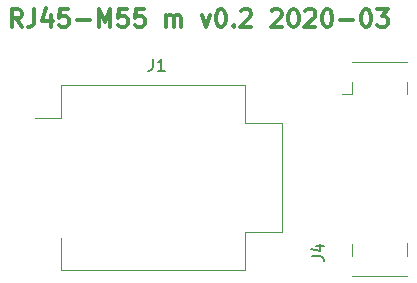
<source format=gbr>
G04 #@! TF.GenerationSoftware,KiCad,Pcbnew,5.1.5*
G04 #@! TF.CreationDate,2020-03-20T00:43:26-04:00*
G04 #@! TF.ProjectId,M55-RJ45,4d35352d-524a-4343-952e-6b696361645f,rev?*
G04 #@! TF.SameCoordinates,Original*
G04 #@! TF.FileFunction,Legend,Top*
G04 #@! TF.FilePolarity,Positive*
%FSLAX46Y46*%
G04 Gerber Fmt 4.6, Leading zero omitted, Abs format (unit mm)*
G04 Created by KiCad (PCBNEW 5.1.5) date 2020-03-20 00:43:26*
%MOMM*%
%LPD*%
G04 APERTURE LIST*
%ADD10C,0.300000*%
%ADD11C,0.120000*%
%ADD12C,0.150000*%
G04 APERTURE END LIST*
D10*
X39574285Y-116248571D02*
X39074285Y-115534285D01*
X38717142Y-116248571D02*
X38717142Y-114748571D01*
X39288571Y-114748571D01*
X39431428Y-114820000D01*
X39502857Y-114891428D01*
X39574285Y-115034285D01*
X39574285Y-115248571D01*
X39502857Y-115391428D01*
X39431428Y-115462857D01*
X39288571Y-115534285D01*
X38717142Y-115534285D01*
X40645714Y-114748571D02*
X40645714Y-115820000D01*
X40574285Y-116034285D01*
X40431428Y-116177142D01*
X40217142Y-116248571D01*
X40074285Y-116248571D01*
X42002857Y-115248571D02*
X42002857Y-116248571D01*
X41645714Y-114677142D02*
X41288571Y-115748571D01*
X42217142Y-115748571D01*
X43502857Y-114748571D02*
X42788571Y-114748571D01*
X42717142Y-115462857D01*
X42788571Y-115391428D01*
X42931428Y-115320000D01*
X43288571Y-115320000D01*
X43431428Y-115391428D01*
X43502857Y-115462857D01*
X43574285Y-115605714D01*
X43574285Y-115962857D01*
X43502857Y-116105714D01*
X43431428Y-116177142D01*
X43288571Y-116248571D01*
X42931428Y-116248571D01*
X42788571Y-116177142D01*
X42717142Y-116105714D01*
X44217142Y-115677142D02*
X45360000Y-115677142D01*
X46074285Y-116248571D02*
X46074285Y-114748571D01*
X46574285Y-115820000D01*
X47074285Y-114748571D01*
X47074285Y-116248571D01*
X48502857Y-114748571D02*
X47788571Y-114748571D01*
X47717142Y-115462857D01*
X47788571Y-115391428D01*
X47931428Y-115320000D01*
X48288571Y-115320000D01*
X48431428Y-115391428D01*
X48502857Y-115462857D01*
X48574285Y-115605714D01*
X48574285Y-115962857D01*
X48502857Y-116105714D01*
X48431428Y-116177142D01*
X48288571Y-116248571D01*
X47931428Y-116248571D01*
X47788571Y-116177142D01*
X47717142Y-116105714D01*
X49931428Y-114748571D02*
X49217142Y-114748571D01*
X49145714Y-115462857D01*
X49217142Y-115391428D01*
X49360000Y-115320000D01*
X49717142Y-115320000D01*
X49860000Y-115391428D01*
X49931428Y-115462857D01*
X50002857Y-115605714D01*
X50002857Y-115962857D01*
X49931428Y-116105714D01*
X49860000Y-116177142D01*
X49717142Y-116248571D01*
X49360000Y-116248571D01*
X49217142Y-116177142D01*
X49145714Y-116105714D01*
X51788571Y-116248571D02*
X51788571Y-115248571D01*
X51788571Y-115391428D02*
X51860000Y-115320000D01*
X52002857Y-115248571D01*
X52217142Y-115248571D01*
X52360000Y-115320000D01*
X52431428Y-115462857D01*
X52431428Y-116248571D01*
X52431428Y-115462857D02*
X52502857Y-115320000D01*
X52645714Y-115248571D01*
X52860000Y-115248571D01*
X53002857Y-115320000D01*
X53074285Y-115462857D01*
X53074285Y-116248571D01*
X54788571Y-115248571D02*
X55145714Y-116248571D01*
X55502857Y-115248571D01*
X56360000Y-114748571D02*
X56502857Y-114748571D01*
X56645714Y-114820000D01*
X56717142Y-114891428D01*
X56788571Y-115034285D01*
X56860000Y-115320000D01*
X56860000Y-115677142D01*
X56788571Y-115962857D01*
X56717142Y-116105714D01*
X56645714Y-116177142D01*
X56502857Y-116248571D01*
X56360000Y-116248571D01*
X56217142Y-116177142D01*
X56145714Y-116105714D01*
X56074285Y-115962857D01*
X56002857Y-115677142D01*
X56002857Y-115320000D01*
X56074285Y-115034285D01*
X56145714Y-114891428D01*
X56217142Y-114820000D01*
X56360000Y-114748571D01*
X57502857Y-116105714D02*
X57574285Y-116177142D01*
X57502857Y-116248571D01*
X57431428Y-116177142D01*
X57502857Y-116105714D01*
X57502857Y-116248571D01*
X58145714Y-114891428D02*
X58217142Y-114820000D01*
X58360000Y-114748571D01*
X58717142Y-114748571D01*
X58860000Y-114820000D01*
X58931428Y-114891428D01*
X59002857Y-115034285D01*
X59002857Y-115177142D01*
X58931428Y-115391428D01*
X58074285Y-116248571D01*
X59002857Y-116248571D01*
X60717142Y-114891428D02*
X60788571Y-114820000D01*
X60931428Y-114748571D01*
X61288571Y-114748571D01*
X61431428Y-114820000D01*
X61502857Y-114891428D01*
X61574285Y-115034285D01*
X61574285Y-115177142D01*
X61502857Y-115391428D01*
X60645714Y-116248571D01*
X61574285Y-116248571D01*
X62502857Y-114748571D02*
X62645714Y-114748571D01*
X62788571Y-114820000D01*
X62860000Y-114891428D01*
X62931428Y-115034285D01*
X63002857Y-115320000D01*
X63002857Y-115677142D01*
X62931428Y-115962857D01*
X62860000Y-116105714D01*
X62788571Y-116177142D01*
X62645714Y-116248571D01*
X62502857Y-116248571D01*
X62360000Y-116177142D01*
X62288571Y-116105714D01*
X62217142Y-115962857D01*
X62145714Y-115677142D01*
X62145714Y-115320000D01*
X62217142Y-115034285D01*
X62288571Y-114891428D01*
X62360000Y-114820000D01*
X62502857Y-114748571D01*
X63574285Y-114891428D02*
X63645714Y-114820000D01*
X63788571Y-114748571D01*
X64145714Y-114748571D01*
X64288571Y-114820000D01*
X64360000Y-114891428D01*
X64431428Y-115034285D01*
X64431428Y-115177142D01*
X64360000Y-115391428D01*
X63502857Y-116248571D01*
X64431428Y-116248571D01*
X65360000Y-114748571D02*
X65502857Y-114748571D01*
X65645714Y-114820000D01*
X65717142Y-114891428D01*
X65788571Y-115034285D01*
X65860000Y-115320000D01*
X65860000Y-115677142D01*
X65788571Y-115962857D01*
X65717142Y-116105714D01*
X65645714Y-116177142D01*
X65502857Y-116248571D01*
X65360000Y-116248571D01*
X65217142Y-116177142D01*
X65145714Y-116105714D01*
X65074285Y-115962857D01*
X65002857Y-115677142D01*
X65002857Y-115320000D01*
X65074285Y-115034285D01*
X65145714Y-114891428D01*
X65217142Y-114820000D01*
X65360000Y-114748571D01*
X66502857Y-115677142D02*
X67645714Y-115677142D01*
X68645714Y-114748571D02*
X68788571Y-114748571D01*
X68931428Y-114820000D01*
X69002857Y-114891428D01*
X69074285Y-115034285D01*
X69145714Y-115320000D01*
X69145714Y-115677142D01*
X69074285Y-115962857D01*
X69002857Y-116105714D01*
X68931428Y-116177142D01*
X68788571Y-116248571D01*
X68645714Y-116248571D01*
X68502857Y-116177142D01*
X68431428Y-116105714D01*
X68360000Y-115962857D01*
X68288571Y-115677142D01*
X68288571Y-115320000D01*
X68360000Y-115034285D01*
X68431428Y-114891428D01*
X68502857Y-114820000D01*
X68645714Y-114748571D01*
X69645714Y-114748571D02*
X70574285Y-114748571D01*
X70074285Y-115320000D01*
X70288571Y-115320000D01*
X70431428Y-115391428D01*
X70502857Y-115462857D01*
X70574285Y-115605714D01*
X70574285Y-115962857D01*
X70502857Y-116105714D01*
X70431428Y-116177142D01*
X70288571Y-116248571D01*
X69860000Y-116248571D01*
X69717142Y-116177142D01*
X69645714Y-116105714D01*
D11*
X42920000Y-123935000D02*
X40660000Y-123935000D01*
X42920000Y-121140000D02*
X42920000Y-123935000D01*
X42920000Y-121140000D02*
X58480000Y-121140000D01*
X58480000Y-121140000D02*
X58480000Y-124360000D01*
X58480000Y-124360000D02*
X61580000Y-124360000D01*
X61580000Y-124360000D02*
X61580000Y-133640000D01*
X61580000Y-133640000D02*
X58480000Y-133640000D01*
X58480000Y-133640000D02*
X58480000Y-136860000D01*
X58480000Y-136860000D02*
X42920000Y-136860000D01*
X42920000Y-136860000D02*
X42920000Y-134080000D01*
X67530000Y-135660000D02*
X67530000Y-134605000D01*
X67530000Y-137300000D02*
X72170000Y-137300000D01*
X67530000Y-121935000D02*
X66710000Y-121935000D01*
X72170000Y-135636000D02*
X72170000Y-134581000D01*
X72170000Y-119240000D02*
X67530000Y-119240000D01*
X67530000Y-120904000D02*
X67530000Y-121959000D01*
X72170000Y-120880000D02*
X72170000Y-121935000D01*
D12*
X50666666Y-118952380D02*
X50666666Y-119666666D01*
X50619047Y-119809523D01*
X50523809Y-119904761D01*
X50380952Y-119952380D01*
X50285714Y-119952380D01*
X51666666Y-119952380D02*
X51095238Y-119952380D01*
X51380952Y-119952380D02*
X51380952Y-118952380D01*
X51285714Y-119095238D01*
X51190476Y-119190476D01*
X51095238Y-119238095D01*
X64130940Y-135677233D02*
X64845226Y-135677233D01*
X64988083Y-135724852D01*
X65083321Y-135820090D01*
X65130940Y-135962947D01*
X65130940Y-136058185D01*
X64464274Y-134772471D02*
X65130940Y-134772471D01*
X64083321Y-135010566D02*
X64797607Y-135248661D01*
X64797607Y-134629614D01*
M02*

</source>
